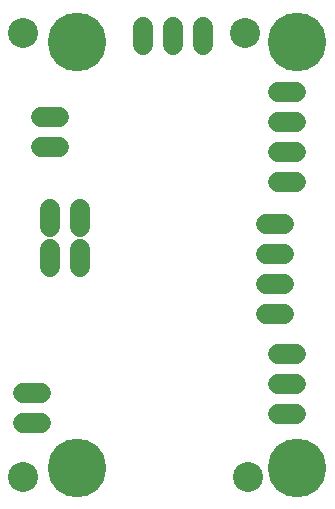
<source format=gbr>
G04 EAGLE Gerber X2 export*
%TF.Part,Single*%
%TF.FileFunction,Soldermask,Bot,1*%
%TF.FilePolarity,Positive*%
%TF.GenerationSoftware,Autodesk,EAGLE,9.7.0*%
%TF.CreationDate,2022-05-12T22:10:33Z*%
G75*
%MOMM*%
%FSLAX46Y46*%
%LPD*%
%INSoldermask Bottom*%
%AMOC8*
5,1,8,0,0,1.08239X$1,22.5*%
G01*
G04 Define Apertures*
%ADD10C,2.540000*%
%ADD11C,1.727200*%
%ADD12C,4.965700*%
D10*
X21336000Y2286000D03*
X2286000Y2286000D03*
X21082000Y39878000D03*
X2286000Y39878000D03*
D11*
X3810000Y32766000D02*
X5334000Y32766000D01*
X5334000Y30226000D02*
X3810000Y30226000D01*
D12*
X25527000Y39116000D03*
X25527000Y3048000D03*
X6858000Y39116000D03*
X6858000Y3048000D03*
D11*
X4572000Y20066000D02*
X4572000Y21590000D01*
X7112000Y21590000D02*
X7112000Y20066000D01*
X4572000Y23414000D02*
X4572000Y24938000D01*
X7112000Y24938000D02*
X7112000Y23414000D01*
X17526000Y38856100D02*
X17526000Y40380100D01*
X14986000Y40380100D02*
X14986000Y38856100D01*
X12446000Y38856100D02*
X12446000Y40380100D01*
X3810000Y6858000D02*
X2286000Y6858000D01*
X2286000Y9398000D02*
X3810000Y9398000D01*
X22860000Y16056000D02*
X24384000Y16056000D01*
X24384000Y18596000D02*
X22860000Y18596000D01*
X22860000Y21136000D02*
X24384000Y21136000D01*
X24384000Y23676000D02*
X22860000Y23676000D01*
X23839000Y7620000D02*
X25363000Y7620000D01*
X25363000Y10160000D02*
X23839000Y10160000D01*
X23839000Y12700000D02*
X25363000Y12700000D01*
X25363000Y34852000D02*
X23839000Y34852000D01*
X23839000Y32312000D02*
X25363000Y32312000D01*
X25363000Y29772000D02*
X23839000Y29772000D01*
X23839000Y27232000D02*
X25363000Y27232000D01*
M02*

</source>
